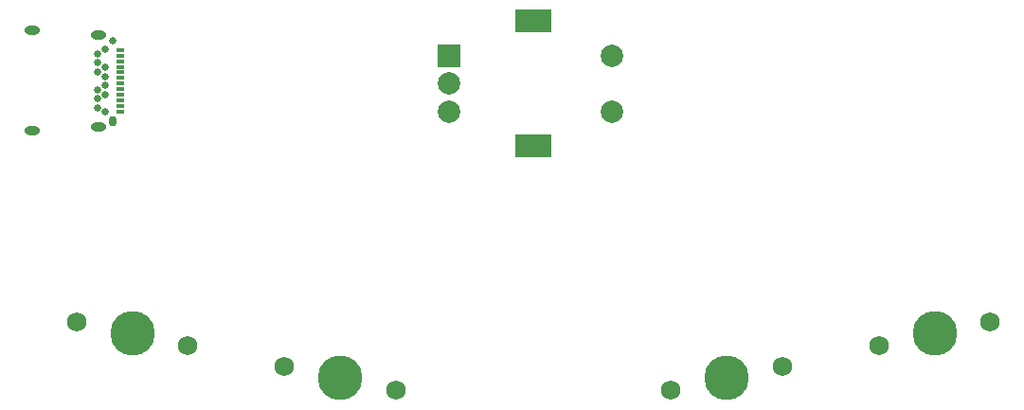
<source format=gts>
G04 #@! TF.GenerationSoftware,KiCad,Pcbnew,(5.1.9)-1*
G04 #@! TF.CreationDate,2021-03-05T20:18:36-08:00*
G04 #@! TF.ProjectId,foursu-pcb,666f7572-7375-42d7-9063-622e6b696361,rev?*
G04 #@! TF.SameCoordinates,Original*
G04 #@! TF.FileFunction,Soldermask,Top*
G04 #@! TF.FilePolarity,Negative*
%FSLAX46Y46*%
G04 Gerber Fmt 4.6, Leading zero omitted, Abs format (unit mm)*
G04 Created by KiCad (PCBNEW (5.1.9)-1) date 2021-03-05 20:18:36*
%MOMM*%
%LPD*%
G01*
G04 APERTURE LIST*
%ADD10C,1.750000*%
%ADD11C,3.987800*%
%ADD12C,0.650000*%
%ADD13O,0.650000X0.950000*%
%ADD14O,1.400000X0.800000*%
%ADD15R,0.700000X0.300000*%
%ADD16R,2.000000X2.000000*%
%ADD17C,2.000000*%
%ADD18R,3.200000X2.000000*%
G04 APERTURE END LIST*
D10*
G04 #@! TO.C,MX4*
X133373990Y-63442559D03*
X123436010Y-65554941D03*
D11*
X128405000Y-64498750D03*
G04 #@! TD*
D10*
G04 #@! TO.C,MX3*
X114786490Y-67396309D03*
X104848510Y-69508691D03*
D11*
X109817500Y-68452500D03*
G04 #@! TD*
D10*
G04 #@! TO.C,MX2*
X80253990Y-69514941D03*
X70316010Y-67402559D03*
D11*
X75285000Y-68458750D03*
G04 #@! TD*
D10*
G04 #@! TO.C,MX1*
X61663990Y-65564941D03*
X51726010Y-63452559D03*
D11*
X56695000Y-64508750D03*
G04 #@! TD*
D12*
G04 #@! TO.C,J1*
X53610000Y-39490000D03*
X53610000Y-40290000D03*
X53610000Y-41090000D03*
X53610000Y-42690000D03*
X53610000Y-43490000D03*
X53610000Y-44290000D03*
X54310000Y-39090000D03*
X54310000Y-40690000D03*
X54310000Y-41490000D03*
X54310000Y-42290000D03*
X54310000Y-43090000D03*
X54310000Y-44690000D03*
X54960000Y-38290000D03*
D13*
X54960000Y-45490000D03*
D14*
X47760000Y-37400000D03*
X47760000Y-46380000D03*
X53710000Y-46020000D03*
D15*
X55620000Y-44140000D03*
X55620000Y-42640000D03*
X55620000Y-43140000D03*
X55620000Y-43640000D03*
X55620000Y-44640000D03*
X55620000Y-42140000D03*
X55620000Y-41640000D03*
X55620000Y-41140000D03*
X55620000Y-40640000D03*
X55620000Y-40140000D03*
X55620000Y-39640000D03*
X55620000Y-39140000D03*
D14*
X53710000Y-37760000D03*
G04 #@! TD*
D16*
G04 #@! TO.C,SW1*
X85050000Y-39640000D03*
D17*
X85050000Y-42140000D03*
X85050000Y-44640000D03*
D18*
X92550000Y-36540000D03*
X92550000Y-47740000D03*
D17*
X99550000Y-39640000D03*
X99550000Y-44640000D03*
G04 #@! TD*
M02*

</source>
